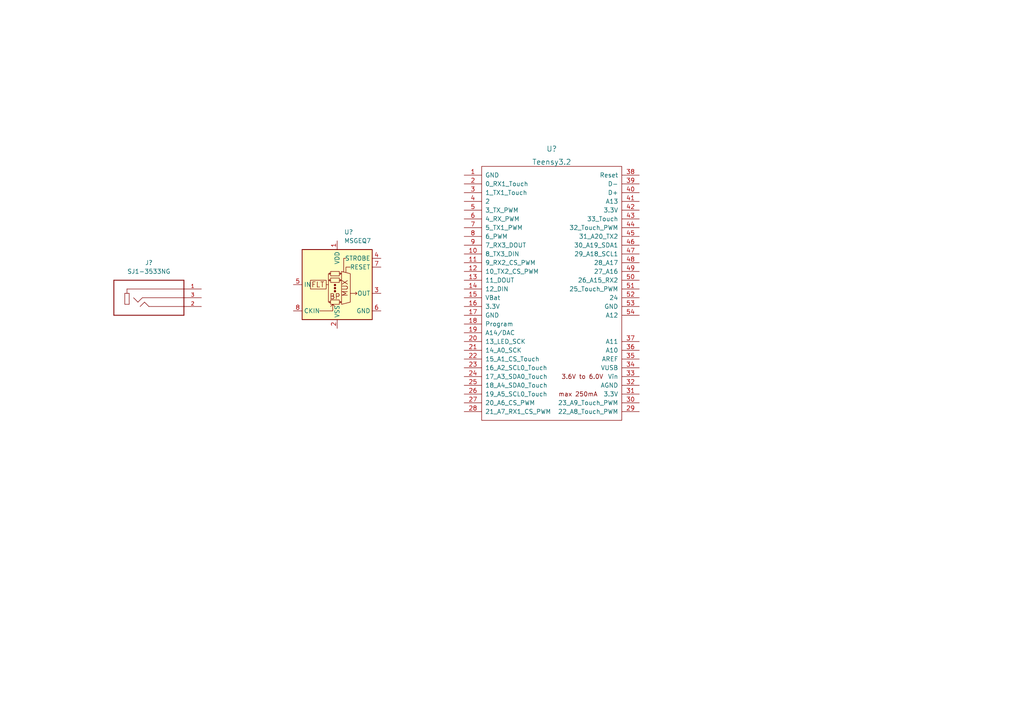
<source format=kicad_sch>
(kicad_sch (version 20211123) (generator eeschema)

  (uuid e63e39d7-6ac0-4ffd-8aa3-1841a4541b55)

  (paper "A4")

  (lib_symbols
    (symbol "Audio:MSGEQ7" (in_bom yes) (on_board yes)
      (property "Reference" "U" (id 0) (at -2.54 13.97 0)
        (effects (font (size 1.27 1.27)) (justify right))
      )
      (property "Value" "MSGEQ7" (id 1) (at -2.54 11.43 0)
        (effects (font (size 1.27 1.27)) (justify right))
      )
      (property "Footprint" "" (id 2) (at 0 0 0)
        (effects (font (size 1.27 1.27)) hide)
      )
      (property "Datasheet" "http://mix-sig.com/images/datasheets/MSGEQ7.pdf" (id 3) (at 0 0 0)
        (effects (font (size 1.27 1.27)) hide)
      )
      (property "ki_keywords" "equalizer filter" (id 4) (at 0 0 0)
        (effects (font (size 1.27 1.27)) hide)
      )
      (property "ki_description" "Seven Band Graphic Equalizer, DIP-8/SOIC-8" (id 5) (at 0 0 0)
        (effects (font (size 1.27 1.27)) hide)
      )
      (property "ki_fp_filters" "SOIC*3.9x4.9mm*P1.27mm* DIP*W7.62mm*" (id 6) (at 0 0 0)
        (effects (font (size 1.27 1.27)) hide)
      )
      (symbol "MSGEQ7_0_0"
        (polyline
          (pts
            (xy -5.08 -7.62)
            (xy -1.27 -7.62)
            (xy -1.27 -5.715)
          )
          (stroke (width 0) (type default) (color 0 0 0 0))
          (fill (type none))
        )
        (polyline
          (pts
            (xy -1.905 -6.35)
            (xy -1.27 -5.715)
            (xy -0.635 -6.35)
          )
          (stroke (width 0) (type default) (color 0 0 0 0))
          (fill (type none))
        )
        (polyline
          (pts
            (xy 2.54 7.62)
            (xy 1.905 7.62)
            (xy 1.905 3.683)
          )
          (stroke (width 0) (type default) (color 0 0 0 0))
          (fill (type none))
        )
        (polyline
          (pts
            (xy 3.81 5.08)
            (xy 2.54 5.08)
            (xy 2.54 3.556)
          )
          (stroke (width 0) (type default) (color 0 0 0 0))
          (fill (type none))
        )
        (text "BP" (at -0.635 -3.429 0)
          (effects (font (size 1.524 1.524)))
        )
        (text "FLT" (at -5.588 0 0)
          (effects (font (size 1.524 1.524)))
        )
        (text "MUX" (at 2.286 -1.016 900)
          (effects (font (size 1.524 1.524)))
        )
      )
      (symbol "MSGEQ7_0_1"
        (rectangle (start -3.175 -1.27) (end -7.747 1.27)
          (stroke (width 0) (type default) (color 0 0 0 0))
          (fill (type none))
        )
        (rectangle (start -1.905 -4.445) (end 0.635 -5.715)
          (stroke (width 0) (type default) (color 0 0 0 0))
          (fill (type none))
        )
        (rectangle (start -1.905 1.905) (end 0.635 0.635)
          (stroke (width 0) (type default) (color 0 0 0 0))
          (fill (type none))
        )
        (circle (center -0.635 -1.905) (radius 0.254)
          (stroke (width 0) (type default) (color 0 0 0 0))
          (fill (type outline))
        )
        (circle (center -0.635 -1.016) (radius 0.254)
          (stroke (width 0) (type default) (color 0 0 0 0))
          (fill (type outline))
        )
        (circle (center -0.635 -0.127) (radius 0.254)
          (stroke (width 0) (type default) (color 0 0 0 0))
          (fill (type outline))
        )
        (polyline
          (pts
            (xy -3.175 0)
            (xy -2.54 0)
          )
          (stroke (width 0) (type default) (color 0 0 0 0))
          (fill (type none))
        )
        (polyline
          (pts
            (xy -2.54 1.27)
            (xy -1.905 1.27)
          )
          (stroke (width 0) (type default) (color 0 0 0 0))
          (fill (type none))
        )
        (polyline
          (pts
            (xy 0.635 -5.08)
            (xy 1.27 -5.08)
          )
          (stroke (width 0) (type default) (color 0 0 0 0))
          (fill (type none))
        )
        (polyline
          (pts
            (xy 0.635 1.27)
            (xy 1.27 1.27)
          )
          (stroke (width 0) (type default) (color 0 0 0 0))
          (fill (type none))
        )
        (polyline
          (pts
            (xy 0.635 3.175)
            (xy 1.27 3.175)
          )
          (stroke (width 0) (type default) (color 0 0 0 0))
          (fill (type none))
        )
        (polyline
          (pts
            (xy 3.81 -2.54)
            (xy 5.715 -2.54)
          )
          (stroke (width 0) (type default) (color 0 0 0 0))
          (fill (type none))
        )
        (polyline
          (pts
            (xy 5.715 -2.54)
            (xy 5.334 -2.921)
          )
          (stroke (width 0) (type default) (color 0 0 0 0))
          (fill (type none))
        )
        (polyline
          (pts
            (xy 5.715 -2.54)
            (xy 5.334 -2.159)
          )
          (stroke (width 0) (type default) (color 0 0 0 0))
          (fill (type none))
        )
        (polyline
          (pts
            (xy -2.286 -4.826)
            (xy -2.032 -5.08)
            (xy -2.286 -5.334)
          )
          (stroke (width 0) (type default) (color 0 0 0 0))
          (fill (type none))
        )
        (polyline
          (pts
            (xy -2.286 1.524)
            (xy -2.032 1.27)
            (xy -2.286 1.016)
          )
          (stroke (width 0) (type default) (color 0 0 0 0))
          (fill (type none))
        )
        (polyline
          (pts
            (xy -2.286 3.429)
            (xy -2.032 3.175)
            (xy -2.286 2.921)
          )
          (stroke (width 0) (type default) (color 0 0 0 0))
          (fill (type none))
        )
        (polyline
          (pts
            (xy 0.889 -4.826)
            (xy 1.143 -5.08)
            (xy 0.889 -5.334)
          )
          (stroke (width 0) (type default) (color 0 0 0 0))
          (fill (type none))
        )
        (polyline
          (pts
            (xy 0.889 1.524)
            (xy 1.143 1.27)
            (xy 0.889 1.016)
          )
          (stroke (width 0) (type default) (color 0 0 0 0))
          (fill (type none))
        )
        (polyline
          (pts
            (xy 0.889 3.429)
            (xy 1.143 3.175)
            (xy 0.889 2.921)
          )
          (stroke (width 0) (type default) (color 0 0 0 0))
          (fill (type none))
        )
        (polyline
          (pts
            (xy -1.905 3.175)
            (xy -2.54 3.175)
            (xy -2.54 -5.08)
            (xy -1.905 -5.08)
          )
          (stroke (width 0) (type default) (color 0 0 0 0))
          (fill (type none))
        )
        (polyline
          (pts
            (xy 1.27 3.81)
            (xy 1.27 -5.715)
            (xy 3.81 -5.08)
            (xy 3.81 3.175)
            (xy 1.27 3.81)
          )
          (stroke (width 0) (type default) (color 0 0 0 0))
          (fill (type none))
        )
        (rectangle (start 0.635 2.54) (end -1.905 3.81)
          (stroke (width 0) (type default) (color 0 0 0 0))
          (fill (type none))
        )
        (rectangle (start 10.16 10.16) (end -10.16 -10.16)
          (stroke (width 0.254) (type default) (color 0 0 0 0))
          (fill (type background))
        )
      )
      (symbol "MSGEQ7_1_1"
        (pin power_in line (at 0 12.7 270) (length 2.54)
          (name "VDD" (effects (font (size 1.27 1.27))))
          (number "1" (effects (font (size 1.27 1.27))))
        )
        (pin power_in line (at 0 -12.7 90) (length 2.54)
          (name "VSS" (effects (font (size 1.27 1.27))))
          (number "2" (effects (font (size 1.27 1.27))))
        )
        (pin output line (at 12.7 -2.54 180) (length 2.54)
          (name "OUT" (effects (font (size 1.27 1.27))))
          (number "3" (effects (font (size 1.27 1.27))))
        )
        (pin input line (at 12.7 7.62 180) (length 2.54)
          (name "STROBE" (effects (font (size 1.27 1.27))))
          (number "4" (effects (font (size 1.27 1.27))))
        )
        (pin input line (at -12.7 0 0) (length 2.54)
          (name "IN" (effects (font (size 1.27 1.27))))
          (number "5" (effects (font (size 1.27 1.27))))
        )
        (pin power_out line (at 12.7 -7.62 180) (length 2.54)
          (name "GND" (effects (font (size 1.27 1.27))))
          (number "6" (effects (font (size 1.27 1.27))))
        )
        (pin input line (at 12.7 5.08 180) (length 2.54)
          (name "RESET" (effects (font (size 1.27 1.27))))
          (number "7" (effects (font (size 1.27 1.27))))
        )
        (pin input line (at -12.7 -7.62 0) (length 2.54)
          (name "CKIN" (effects (font (size 1.27 1.27))))
          (number "8" (effects (font (size 1.27 1.27))))
        )
      )
    )
    (symbol "SJ1-3533NG:SJ1-3533NG" (pin_names (offset 1.016) hide) (in_bom yes) (on_board yes)
      (property "Reference" "J" (id 0) (at -10.16 7.62 0)
        (effects (font (size 1.27 1.27)) (justify left bottom))
      )
      (property "Value" "SJ1-3533NG" (id 1) (at -10.16 -10.16 0)
        (effects (font (size 1.27 1.27)) (justify left bottom))
      )
      (property "Footprint" "CUI_SJ1-3533NG" (id 2) (at 0 0 0)
        (effects (font (size 1.27 1.27)) (justify left bottom) hide)
      )
      (property "Datasheet" "" (id 3) (at 0 0 0)
        (effects (font (size 1.27 1.27)) (justify left bottom) hide)
      )
      (property "MF" "CUI Devices" (id 4) (at 0 0 0)
        (effects (font (size 1.27 1.27)) (justify left bottom) hide)
      )
      (property "PACKAGE" "None" (id 5) (at 0 0 0)
        (effects (font (size 1.27 1.27)) (justify left bottom) hide)
      )
      (property "CUI_PURCHASE_URL" "https://www.cuidevices.com/product/interconnect/connectors/audio-connectors/jacks/sj1-353xng-series?utm_source=snapeda.com&utm_medium=referral&utm_campaign=snapedaBOM" (id 6) (at 0 0 0)
        (effects (font (size 1.27 1.27)) (justify left bottom) hide)
      )
      (property "PRICE" "None" (id 7) (at 0 0 0)
        (effects (font (size 1.27 1.27)) (justify left bottom) hide)
      )
      (property "MP" "SJ1-3533NG" (id 8) (at 0 0 0)
        (effects (font (size 1.27 1.27)) (justify left bottom) hide)
      )
      (property "DESCRIPTION" "3.5 mm, Stereo, Right Angle, Through Hole, Isolated Ground, Audio Jack Connector" (id 9) (at 0 0 0)
        (effects (font (size 1.27 1.27)) (justify left bottom) hide)
      )
      (property "AVAILABILITY" "Unavailable" (id 10) (at 0 0 0)
        (effects (font (size 1.27 1.27)) (justify left bottom) hide)
      )
      (property "ki_locked" "" (id 11) (at 0 0 0)
        (effects (font (size 1.27 1.27)))
      )
      (symbol "SJ1-3533NG_0_0"
        (polyline
          (pts
            (xy -10.16 -5.08)
            (xy 10.16 -5.08)
          )
          (stroke (width 0.254) (type default) (color 0 0 0 0))
          (fill (type none))
        )
        (polyline
          (pts
            (xy -10.16 5.08)
            (xy -10.16 -5.08)
          )
          (stroke (width 0.254) (type default) (color 0 0 0 0))
          (fill (type none))
        )
        (polyline
          (pts
            (xy -6.985 -1.905)
            (xy -6.985 1.27)
          )
          (stroke (width 0.1524) (type default) (color 0 0 0 0))
          (fill (type none))
        )
        (polyline
          (pts
            (xy -6.985 1.27)
            (xy -6.35 1.27)
          )
          (stroke (width 0.1524) (type default) (color 0 0 0 0))
          (fill (type none))
        )
        (polyline
          (pts
            (xy -6.35 1.27)
            (xy -5.715 1.27)
          )
          (stroke (width 0.1524) (type default) (color 0 0 0 0))
          (fill (type none))
        )
        (polyline
          (pts
            (xy -6.35 2.54)
            (xy -6.35 1.27)
          )
          (stroke (width 0.1524) (type default) (color 0 0 0 0))
          (fill (type none))
        )
        (polyline
          (pts
            (xy -5.715 -1.905)
            (xy -6.985 -1.905)
          )
          (stroke (width 0.1524) (type default) (color 0 0 0 0))
          (fill (type none))
        )
        (polyline
          (pts
            (xy -5.715 1.27)
            (xy -5.715 -1.905)
          )
          (stroke (width 0.1524) (type default) (color 0 0 0 0))
          (fill (type none))
        )
        (polyline
          (pts
            (xy -3.175 -1.27)
            (xy -4.445 0)
          )
          (stroke (width 0.1524) (type default) (color 0 0 0 0))
          (fill (type none))
        )
        (polyline
          (pts
            (xy -1.905 0)
            (xy -3.175 -1.27)
          )
          (stroke (width 0.1524) (type default) (color 0 0 0 0))
          (fill (type none))
        )
        (polyline
          (pts
            (xy -1.27 -1.27)
            (xy -2.54 -2.54)
          )
          (stroke (width 0.1524) (type default) (color 0 0 0 0))
          (fill (type none))
        )
        (polyline
          (pts
            (xy 0 -2.54)
            (xy -1.27 -1.27)
          )
          (stroke (width 0.1524) (type default) (color 0 0 0 0))
          (fill (type none))
        )
        (polyline
          (pts
            (xy 10.16 -5.08)
            (xy 10.16 -2.54)
          )
          (stroke (width 0.254) (type default) (color 0 0 0 0))
          (fill (type none))
        )
        (polyline
          (pts
            (xy 10.16 -2.54)
            (xy 0 -2.54)
          )
          (stroke (width 0.1524) (type default) (color 0 0 0 0))
          (fill (type none))
        )
        (polyline
          (pts
            (xy 10.16 -2.54)
            (xy 10.16 0)
          )
          (stroke (width 0.254) (type default) (color 0 0 0 0))
          (fill (type none))
        )
        (polyline
          (pts
            (xy 10.16 0)
            (xy -1.905 0)
          )
          (stroke (width 0.1524) (type default) (color 0 0 0 0))
          (fill (type none))
        )
        (polyline
          (pts
            (xy 10.16 0)
            (xy 10.16 2.54)
          )
          (stroke (width 0.254) (type default) (color 0 0 0 0))
          (fill (type none))
        )
        (polyline
          (pts
            (xy 10.16 2.54)
            (xy -6.35 2.54)
          )
          (stroke (width 0.1524) (type default) (color 0 0 0 0))
          (fill (type none))
        )
        (polyline
          (pts
            (xy 10.16 2.54)
            (xy 10.16 5.08)
          )
          (stroke (width 0.254) (type default) (color 0 0 0 0))
          (fill (type none))
        )
        (polyline
          (pts
            (xy 10.16 5.08)
            (xy -10.16 5.08)
          )
          (stroke (width 0.254) (type default) (color 0 0 0 0))
          (fill (type none))
        )
        (pin passive line (at 15.24 2.54 180) (length 5.08)
          (name "~" (effects (font (size 1.016 1.016))))
          (number "1" (effects (font (size 1.016 1.016))))
        )
        (pin passive line (at 15.24 -2.54 180) (length 5.08)
          (name "~" (effects (font (size 1.016 1.016))))
          (number "2" (effects (font (size 1.016 1.016))))
        )
        (pin passive line (at 15.24 0 180) (length 5.08)
          (name "~" (effects (font (size 1.016 1.016))))
          (number "3" (effects (font (size 1.016 1.016))))
        )
      )
    )
    (symbol "teensy:Teensy3.2" (pin_names (offset 1.016)) (in_bom yes) (on_board yes)
      (property "Reference" "U" (id 0) (at 0 39.37 0)
        (effects (font (size 1.524 1.524)))
      )
      (property "Value" "Teensy3.2" (id 1) (at 0 -39.37 0)
        (effects (font (size 1.524 1.524)))
      )
      (property "Footprint" "" (id 2) (at 0 -19.05 0)
        (effects (font (size 1.524 1.524)))
      )
      (property "Datasheet" "" (id 3) (at 0 -19.05 0)
        (effects (font (size 1.524 1.524)))
      )
      (symbol "Teensy3.2_0_0"
        (text "3.6V to 6.0V" (at 8.89 -24.13 0)
          (effects (font (size 1.27 1.27)))
        )
        (text "max 250mA" (at 7.62 -29.21 0)
          (effects (font (size 1.27 1.27)))
        )
      )
      (symbol "Teensy3.2_0_1"
        (rectangle (start -20.32 -36.83) (end 20.32 36.83)
          (stroke (width 0) (type default) (color 0 0 0 0))
          (fill (type none))
        )
      )
      (symbol "Teensy3.2_1_1"
        (pin power_in line (at -25.4 34.29 0) (length 5.08)
          (name "GND" (effects (font (size 1.27 1.27))))
          (number "1" (effects (font (size 1.27 1.27))))
        )
        (pin bidirectional line (at -25.4 11.43 0) (length 5.08)
          (name "8_TX3_DIN" (effects (font (size 1.27 1.27))))
          (number "10" (effects (font (size 1.27 1.27))))
        )
        (pin bidirectional line (at -25.4 8.89 0) (length 5.08)
          (name "9_RX2_CS_PWM" (effects (font (size 1.27 1.27))))
          (number "11" (effects (font (size 1.27 1.27))))
        )
        (pin bidirectional line (at -25.4 6.35 0) (length 5.08)
          (name "10_TX2_CS_PWM" (effects (font (size 1.27 1.27))))
          (number "12" (effects (font (size 1.27 1.27))))
        )
        (pin bidirectional line (at -25.4 3.81 0) (length 5.08)
          (name "11_DOUT" (effects (font (size 1.27 1.27))))
          (number "13" (effects (font (size 1.27 1.27))))
        )
        (pin bidirectional line (at -25.4 1.27 0) (length 5.08)
          (name "12_DIN" (effects (font (size 1.27 1.27))))
          (number "14" (effects (font (size 1.27 1.27))))
        )
        (pin power_in line (at -25.4 -1.27 0) (length 5.08)
          (name "VBat" (effects (font (size 1.27 1.27))))
          (number "15" (effects (font (size 1.27 1.27))))
        )
        (pin power_out line (at -25.4 -3.81 0) (length 5.08)
          (name "3.3V" (effects (font (size 1.27 1.27))))
          (number "16" (effects (font (size 1.27 1.27))))
        )
        (pin power_in line (at -25.4 -6.35 0) (length 5.08)
          (name "GND" (effects (font (size 1.27 1.27))))
          (number "17" (effects (font (size 1.27 1.27))))
        )
        (pin input line (at -25.4 -8.89 0) (length 5.08)
          (name "Program" (effects (font (size 1.27 1.27))))
          (number "18" (effects (font (size 1.27 1.27))))
        )
        (pin bidirectional line (at -25.4 -11.43 0) (length 5.08)
          (name "A14/DAC" (effects (font (size 1.27 1.27))))
          (number "19" (effects (font (size 1.27 1.27))))
        )
        (pin bidirectional line (at -25.4 31.75 0) (length 5.08)
          (name "0_RX1_Touch" (effects (font (size 1.27 1.27))))
          (number "2" (effects (font (size 1.27 1.27))))
        )
        (pin bidirectional line (at -25.4 -13.97 0) (length 5.08)
          (name "13_LED_SCK" (effects (font (size 1.27 1.27))))
          (number "20" (effects (font (size 1.27 1.27))))
        )
        (pin bidirectional line (at -25.4 -16.51 0) (length 5.08)
          (name "14_A0_SCK" (effects (font (size 1.27 1.27))))
          (number "21" (effects (font (size 1.27 1.27))))
        )
        (pin bidirectional line (at -25.4 -19.05 0) (length 5.08)
          (name "15_A1_CS_Touch" (effects (font (size 1.27 1.27))))
          (number "22" (effects (font (size 1.27 1.27))))
        )
        (pin bidirectional line (at -25.4 -21.59 0) (length 5.08)
          (name "16_A2_SCL0_Touch" (effects (font (size 1.27 1.27))))
          (number "23" (effects (font (size 1.27 1.27))))
        )
        (pin bidirectional line (at -25.4 -24.13 0) (length 5.08)
          (name "17_A3_SDA0_Touch" (effects (font (size 1.27 1.27))))
          (number "24" (effects (font (size 1.27 1.27))))
        )
        (pin bidirectional line (at -25.4 -26.67 0) (length 5.08)
          (name "18_A4_SDA0_Touch" (effects (font (size 1.27 1.27))))
          (number "25" (effects (font (size 1.27 1.27))))
        )
        (pin bidirectional line (at -25.4 -29.21 0) (length 5.08)
          (name "19_A5_SCL0_Touch" (effects (font (size 1.27 1.27))))
          (number "26" (effects (font (size 1.27 1.27))))
        )
        (pin bidirectional line (at -25.4 -31.75 0) (length 5.08)
          (name "20_A6_CS_PWM" (effects (font (size 1.27 1.27))))
          (number "27" (effects (font (size 1.27 1.27))))
        )
        (pin bidirectional line (at -25.4 -34.29 0) (length 5.08)
          (name "21_A7_RX1_CS_PWM" (effects (font (size 1.27 1.27))))
          (number "28" (effects (font (size 1.27 1.27))))
        )
        (pin bidirectional line (at 25.4 -34.29 180) (length 5.08)
          (name "22_A8_Touch_PWM" (effects (font (size 1.27 1.27))))
          (number "29" (effects (font (size 1.27 1.27))))
        )
        (pin bidirectional line (at -25.4 29.21 0) (length 5.08)
          (name "1_TX1_Touch" (effects (font (size 1.27 1.27))))
          (number "3" (effects (font (size 1.27 1.27))))
        )
        (pin bidirectional line (at 25.4 -31.75 180) (length 5.08)
          (name "23_A9_Touch_PWM" (effects (font (size 1.27 1.27))))
          (number "30" (effects (font (size 1.27 1.27))))
        )
        (pin power_out line (at 25.4 -29.21 180) (length 5.08)
          (name "3.3V" (effects (font (size 1.27 1.27))))
          (number "31" (effects (font (size 1.27 1.27))))
        )
        (pin power_out line (at 25.4 -26.67 180) (length 5.08)
          (name "AGND" (effects (font (size 1.27 1.27))))
          (number "32" (effects (font (size 1.27 1.27))))
        )
        (pin power_in line (at 25.4 -24.13 180) (length 5.08)
          (name "Vin" (effects (font (size 1.27 1.27))))
          (number "33" (effects (font (size 1.27 1.27))))
        )
        (pin power_in line (at 25.4 -21.59 180) (length 5.08)
          (name "VUSB" (effects (font (size 1.27 1.27))))
          (number "34" (effects (font (size 1.27 1.27))))
        )
        (pin input line (at 25.4 -19.05 180) (length 5.08)
          (name "AREF" (effects (font (size 1.27 1.27))))
          (number "35" (effects (font (size 1.27 1.27))))
        )
        (pin bidirectional line (at 25.4 -16.51 180) (length 5.08)
          (name "A10" (effects (font (size 1.27 1.27))))
          (number "36" (effects (font (size 1.27 1.27))))
        )
        (pin bidirectional line (at 25.4 -13.97 180) (length 5.08)
          (name "A11" (effects (font (size 1.27 1.27))))
          (number "37" (effects (font (size 1.27 1.27))))
        )
        (pin input line (at 25.4 34.29 180) (length 5.08)
          (name "Reset" (effects (font (size 1.27 1.27))))
          (number "38" (effects (font (size 1.27 1.27))))
        )
        (pin bidirectional line (at 25.4 31.75 180) (length 5.08)
          (name "D-" (effects (font (size 1.27 1.27))))
          (number "39" (effects (font (size 1.27 1.27))))
        )
        (pin bidirectional line (at -25.4 26.67 0) (length 5.08)
          (name "2" (effects (font (size 1.27 1.27))))
          (number "4" (effects (font (size 1.27 1.27))))
        )
        (pin bidirectional line (at 25.4 29.21 180) (length 5.08)
          (name "D+" (effects (font (size 1.27 1.27))))
          (number "40" (effects (font (size 1.27 1.27))))
        )
        (pin bidirectional line (at 25.4 26.67 180) (length 5.08)
          (name "A13" (effects (font (size 1.27 1.27))))
          (number "41" (effects (font (size 1.27 1.27))))
        )
        (pin power_out line (at 25.4 24.13 180) (length 5.08)
          (name "3.3V" (effects (font (size 1.27 1.27))))
          (number "42" (effects (font (size 1.27 1.27))))
        )
        (pin bidirectional line (at 25.4 21.59 180) (length 5.08)
          (name "33_Touch" (effects (font (size 1.27 1.27))))
          (number "43" (effects (font (size 1.27 1.27))))
        )
        (pin bidirectional line (at 25.4 19.05 180) (length 5.08)
          (name "32_Touch_PWM" (effects (font (size 1.27 1.27))))
          (number "44" (effects (font (size 1.27 1.27))))
        )
        (pin bidirectional line (at 25.4 16.51 180) (length 5.08)
          (name "31_A20_TX2" (effects (font (size 1.27 1.27))))
          (number "45" (effects (font (size 1.27 1.27))))
        )
        (pin bidirectional line (at 25.4 13.97 180) (length 5.08)
          (name "30_A19_SDA1" (effects (font (size 1.27 1.27))))
          (number "46" (effects (font (size 1.27 1.27))))
        )
        (pin bidirectional line (at 25.4 11.43 180) (length 5.08)
          (name "29_A18_SCL1" (effects (font (size 1.27 1.27))))
          (number "47" (effects (font (size 1.27 1.27))))
        )
        (pin bidirectional line (at 25.4 8.89 180) (length 5.08)
          (name "28_A17" (effects (font (size 1.27 1.27))))
          (number "48" (effects (font (size 1.27 1.27))))
        )
        (pin bidirectional line (at 25.4 6.35 180) (length 5.08)
          (name "27_A16" (effects (font (size 1.27 1.27))))
          (number "49" (effects (font (size 1.27 1.27))))
        )
        (pin bidirectional line (at -25.4 24.13 0) (length 5.08)
          (name "3_TX_PWM" (effects (font (size 1.27 1.27))))
          (number "5" (effects (font (size 1.27 1.27))))
        )
        (pin bidirectional line (at 25.4 3.81 180) (length 5.08)
          (name "26_A15_RX2" (effects (font (size 1.27 1.27))))
          (number "50" (effects (font (size 1.27 1.27))))
        )
        (pin bidirectional line (at 25.4 1.27 180) (length 5.08)
          (name "25_Touch_PWM" (effects (font (size 1.27 1.27))))
          (number "51" (effects (font (size 1.27 1.27))))
        )
        (pin bidirectional line (at 25.4 -1.27 180) (length 5.08)
          (name "24" (effects (font (size 1.27 1.27))))
          (number "52" (effects (font (size 1.27 1.27))))
        )
        (pin power_in line (at 25.4 -3.81 180) (length 5.08)
          (name "GND" (effects (font (size 1.27 1.27))))
          (number "53" (effects (font (size 1.27 1.27))))
        )
        (pin bidirectional line (at 25.4 -6.35 180) (length 5.08)
          (name "A12" (effects (font (size 1.27 1.27))))
          (number "54" (effects (font (size 1.27 1.27))))
        )
        (pin bidirectional line (at -25.4 21.59 0) (length 5.08)
          (name "4_RX_PWM" (effects (font (size 1.27 1.27))))
          (number "6" (effects (font (size 1.27 1.27))))
        )
        (pin bidirectional line (at -25.4 19.05 0) (length 5.08)
          (name "5_TX1_PWM" (effects (font (size 1.27 1.27))))
          (number "7" (effects (font (size 1.27 1.27))))
        )
        (pin bidirectional line (at -25.4 16.51 0) (length 5.08)
          (name "6_PWM" (effects (font (size 1.27 1.27))))
          (number "8" (effects (font (size 1.27 1.27))))
        )
        (pin bidirectional line (at -25.4 13.97 0) (length 5.08)
          (name "7_RX3_DOUT" (effects (font (size 1.27 1.27))))
          (number "9" (effects (font (size 1.27 1.27))))
        )
      )
    )
  )


  (symbol (lib_id "SJ1-3533NG:SJ1-3533NG") (at 43.18 86.36 0) (unit 1)
    (in_bom yes) (on_board yes) (fields_autoplaced)
    (uuid 78c540d5-488d-4464-a4e0-98831190b176)
    (property "Reference" "J?" (id 0) (at 43.18 76.2 0))
    (property "Value" "" (id 1) (at 43.18 78.74 0))
    (property "Footprint" "" (id 2) (at 43.18 86.36 0)
      (effects (font (size 1.27 1.27)) (justify left bottom) hide)
    )
    (property "Datasheet" "" (id 3) (at 43.18 86.36 0)
      (effects (font (size 1.27 1.27)) (justify left bottom) hide)
    )
    (property "MF" "CUI Devices" (id 4) (at 43.18 86.36 0)
      (effects (font (size 1.27 1.27)) (justify left bottom) hide)
    )
    (property "PACKAGE" "None" (id 5) (at 43.18 86.36 0)
      (effects (font (size 1.27 1.27)) (justify left bottom) hide)
    )
    (property "CUI_PURCHASE_URL" "https://www.cuidevices.com/product/interconnect/connectors/audio-connectors/jacks/sj1-353xng-series?utm_source=snapeda.com&utm_medium=referral&utm_campaign=snapedaBOM" (id 6) (at 43.18 86.36 0)
      (effects (font (size 1.27 1.27)) (justify left bottom) hide)
    )
    (property "PRICE" "None" (id 7) (at 43.18 86.36 0)
      (effects (font (size 1.27 1.27)) (justify left bottom) hide)
    )
    (property "MP" "SJ1-3533NG" (id 8) (at 43.18 86.36 0)
      (effects (font (size 1.27 1.27)) (justify left bottom) hide)
    )
    (property "DESCRIPTION" "3.5 mm, Stereo, Right Angle, Through Hole, Isolated Ground, Audio Jack Connector" (id 9) (at 43.18 86.36 0)
      (effects (font (size 1.27 1.27)) (justify left bottom) hide)
    )
    (property "AVAILABILITY" "Unavailable" (id 10) (at 43.18 86.36 0)
      (effects (font (size 1.27 1.27)) (justify left bottom) hide)
    )
    (property "DigiKey" "https://www.digikey.com/product-detail/en/cui-devices/SJ1-3533NG/CP1-3533NG-ND/738701" (id 11) (at 43.18 86.36 0)
      (effects (font (size 1.27 1.27)) hide)
    )
    (pin "1" (uuid 51633972-71f7-4e88-b37f-26cc7cddb8d5))
    (pin "2" (uuid b7ce9045-7c47-4eed-8958-9a3f9463ccfb))
    (pin "3" (uuid 4392eea6-0856-4fa5-ba6a-c2d4582c7390))
  )

  (symbol (lib_id "Audio:MSGEQ7") (at 97.79 82.55 0) (unit 1)
    (in_bom yes) (on_board yes) (fields_autoplaced)
    (uuid 85d211d4-76e7-4e49-a9c8-2e1cc8ab5805)
    (property "Reference" "U?" (id 0) (at 99.8094 67.31 0)
      (effects (font (size 1.27 1.27)) (justify left))
    )
    (property "Value" "" (id 1) (at 99.8094 69.85 0)
      (effects (font (size 1.27 1.27)) (justify left))
    )
    (property "Footprint" "" (id 2) (at 97.79 82.55 0)
      (effects (font (size 1.27 1.27)) hide)
    )
    (property "Datasheet" "http://mix-sig.com/images/datasheets/MSGEQ7.pdf" (id 3) (at 97.79 82.55 0)
      (effects (font (size 1.27 1.27)) hide)
    )
    (pin "1" (uuid 15a0f067-831a-4ddb-bdef-5fb7df267d8f))
    (pin "2" (uuid 1ab4dceb-24cc-4050-aa74-e8fbb39d3760))
    (pin "3" (uuid 6f78c1fb-f693-4737-b750-74e50c35a564))
    (pin "4" (uuid bbb99edd-f016-43ea-b1c7-0bcdd1915ee8))
    (pin "5" (uuid 0e18138e-f1a3-4288-bb34-3b6bcfb64ff6))
    (pin "6" (uuid d9198b20-68ab-4f03-9039-95a74aeba0d6))
    (pin "7" (uuid e6cd2cdd-d49b-4491-8a15-4c46254b5c0a))
    (pin "8" (uuid dbfb14d7-1f97-4dd2-9004-1d129d3b4221))
  )

  (symbol (lib_id "teensy:Teensy3.2") (at 160.02 85.09 0) (unit 1)
    (in_bom yes) (on_board yes) (fields_autoplaced)
    (uuid bec188a1-5b1f-48b4-ad9d-32847b605d77)
    (property "Reference" "U?" (id 0) (at 160.02 43.18 0)
      (effects (font (size 1.524 1.524)))
    )
    (property "Value" "" (id 1) (at 160.02 46.99 0)
      (effects (font (size 1.524 1.524)))
    )
    (property "Footprint" "" (id 2) (at 160.02 104.14 0)
      (effects (font (size 1.524 1.524)))
    )
    (property "Datasheet" "" (id 3) (at 160.02 104.14 0)
      (effects (font (size 1.524 1.524)))
    )
    (pin "1" (uuid 0781aad8-6e42-4007-8683-fc345329e7a3))
    (pin "10" (uuid b742a1a0-cc51-4d24-85e4-632739b520d1))
    (pin "11" (uuid 1ee203bc-07f5-46fa-b0b4-b7558949210d))
    (pin "12" (uuid 49807e6c-24e7-492b-81bd-0e7a22778b1d))
    (pin "13" (uuid 71e9f696-111f-4572-91d6-911c5a58cd33))
    (pin "14" (uuid 3f8ca856-1f1c-4260-b4fe-312cdd691b65))
    (pin "15" (uuid bddba308-03ba-4edf-8586-c7b76b2110bd))
    (pin "16" (uuid 8e05755e-8ce1-47a0-9f90-8a0c8e4672d6))
    (pin "17" (uuid e3584562-4819-439f-a785-cfec357feb95))
    (pin "18" (uuid d7061b99-c2f6-4ccb-8a1c-54c4f37dbc74))
    (pin "19" (uuid e9acf5dc-aa6e-4523-8f25-93f9200de9f6))
    (pin "2" (uuid c504cc8a-0bf2-4514-8655-2aac8eeddfc3))
    (pin "20" (uuid ed36da4e-fa41-4dd6-9981-e816a09d32d0))
    (pin "21" (uuid 5eda92dd-ed5b-433f-909d-3e583cf55d7f))
    (pin "22" (uuid 679cb4f8-4e93-462f-89a8-99035d57db52))
    (pin "23" (uuid 45adafe1-41d3-404b-9348-f3151cbb2e4a))
    (pin "24" (uuid 35461c04-161d-4172-8b58-a4e3face757b))
    (pin "25" (uuid 372d681e-3ce9-4af7-9f36-bd50183fd2fc))
    (pin "26" (uuid 13db468b-740c-47c8-afc1-331a5a18a89b))
    (pin "27" (uuid e8251a51-024b-46fb-96de-f961c20a4180))
    (pin "28" (uuid f21012c1-42bc-422e-816e-c71fe43364aa))
    (pin "29" (uuid f0129893-b950-4fa5-a551-790dc9012fb4))
    (pin "3" (uuid 6353bf8c-c0eb-4377-a94f-3f4a1780d789))
    (pin "30" (uuid dddf9b29-22a0-48b0-ae6a-3494474fff2d))
    (pin "31" (uuid 548f10c1-f85f-4f04-9fcc-a4d01a9426dc))
    (pin "32" (uuid 42605bf5-dc6f-4636-8126-fbf6792e6bed))
    (pin "33" (uuid 80acc493-455d-4afd-a596-f06694a6d1d8))
    (pin "34" (uuid d36e609b-770e-4aa9-8581-0ae9adfbf37a))
    (pin "35" (uuid d71bf92a-60aa-479a-87be-e587dae87835))
    (pin "36" (uuid 7fab897d-14a7-47ae-bcb8-cd4f7259d442))
    (pin "37" (uuid f63d5069-4618-4f03-8be3-fb8898f91e6a))
    (pin "38" (uuid 3556466e-ca42-41e6-bdf0-23d70341e652))
    (pin "39" (uuid 4b7d605b-722e-4360-8387-66ab570ab928))
    (pin "4" (uuid d6711590-edd6-4600-aad5-e8017c1cacdc))
    (pin "40" (uuid 3d71d9c3-0b95-4d43-8566-d10edef34c92))
    (pin "41" (uuid ad28c8ba-6877-4327-a78e-a9e193c5018a))
    (pin "42" (uuid 6f8a6668-5d1e-4902-9632-854b7bf81d0d))
    (pin "43" (uuid fefd485f-0806-43ce-9e5f-6f534197700d))
    (pin "44" (uuid eab96aca-990a-4eec-8a57-0db18b1a032f))
    (pin "45" (uuid f5afcb3a-ab77-424e-b023-0295471acf96))
    (pin "46" (uuid 4a83ec91-ab33-4cd8-973b-43e1105970eb))
    (pin "47" (uuid eaed9dbd-7c93-4d39-850d-fdd4996313cb))
    (pin "48" (uuid 3b9ba6ae-ebf2-4adc-8bc1-9d6553df5744))
    (pin "49" (uuid 38ed2d0d-4c21-4dbb-823a-75357218f76b))
    (pin "5" (uuid 919f759c-45ab-4f62-b594-caff366ebfc0))
    (pin "50" (uuid 91aaae11-7b79-4e4d-8dce-680d63a9999f))
    (pin "51" (uuid 7d609a2a-02c6-4a4c-b3f4-4b7fce2f38f6))
    (pin "52" (uuid 8a836d9d-1b71-4ea6-936e-2b9041f03bbb))
    (pin "53" (uuid 90f42569-42e2-4c75-9194-43c99d9eaf57))
    (pin "54" (uuid 011a2fde-0aba-4ed4-965e-eddad02b800a))
    (pin "6" (uuid a2d800b2-07f2-4d7a-9d97-4cafc58067fc))
    (pin "7" (uuid 213c19b5-8ed0-43ad-b6f3-02955c57951c))
    (pin "8" (uuid 1f8593f9-c4bf-4e4f-affd-90a2e28627a6))
    (pin "9" (uuid c33a1fe3-4154-49af-bbf4-2faa4807948f))
  )

  (sheet_instances
    (path "/" (page "1"))
  )

  (symbol_instances
    (path "/78c540d5-488d-4464-a4e0-98831190b176"
      (reference "J?") (unit 1) (value "SJ1-3533NG") (footprint "CUI_SJ1-3533NG")
    )
    (path "/85d211d4-76e7-4e49-a9c8-2e1cc8ab5805"
      (reference "U?") (unit 1) (value "MSGEQ7") (footprint "")
    )
    (path "/bec188a1-5b1f-48b4-ad9d-32847b605d77"
      (reference "U?") (unit 1) (value "Teensy3.2") (footprint "")
    )
  )
)

</source>
